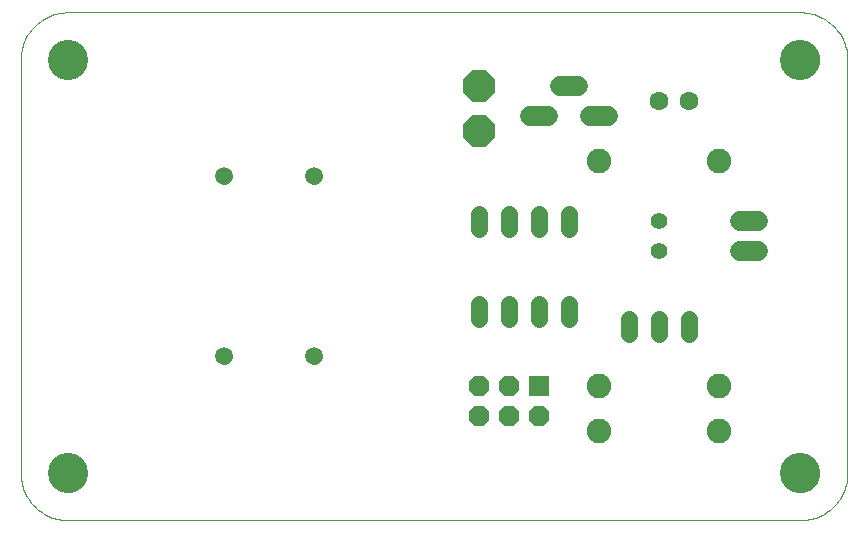
<source format=gbs>
G75*
%MOIN*%
%OFA0B0*%
%FSLAX24Y24*%
%IPPOS*%
%LPD*%
%AMOC8*
5,1,8,0,0,1.08239X$1,22.5*
%
%ADD10C,0.0000*%
%ADD11C,0.0592*%
%ADD12C,0.0820*%
%ADD13C,0.0560*%
%ADD14C,0.0560*%
%ADD15C,0.1340*%
%ADD16C,0.0631*%
%ADD17OC8,0.1080*%
%ADD18C,0.0680*%
%ADD19R,0.0680X0.0680*%
%ADD20OC8,0.0680*%
D10*
X006284Y003416D02*
X030694Y003416D01*
X030064Y004990D02*
X030066Y005040D01*
X030072Y005090D01*
X030082Y005139D01*
X030096Y005187D01*
X030113Y005234D01*
X030134Y005279D01*
X030159Y005323D01*
X030187Y005364D01*
X030219Y005403D01*
X030253Y005440D01*
X030290Y005474D01*
X030330Y005504D01*
X030372Y005531D01*
X030416Y005555D01*
X030462Y005576D01*
X030509Y005592D01*
X030557Y005605D01*
X030607Y005614D01*
X030656Y005619D01*
X030707Y005620D01*
X030757Y005617D01*
X030806Y005610D01*
X030855Y005599D01*
X030903Y005584D01*
X030949Y005566D01*
X030994Y005544D01*
X031037Y005518D01*
X031078Y005489D01*
X031117Y005457D01*
X031153Y005422D01*
X031185Y005384D01*
X031215Y005344D01*
X031242Y005301D01*
X031265Y005257D01*
X031284Y005211D01*
X031300Y005163D01*
X031312Y005114D01*
X031320Y005065D01*
X031324Y005015D01*
X031324Y004965D01*
X031320Y004915D01*
X031312Y004866D01*
X031300Y004817D01*
X031284Y004769D01*
X031265Y004723D01*
X031242Y004679D01*
X031215Y004636D01*
X031185Y004596D01*
X031153Y004558D01*
X031117Y004523D01*
X031078Y004491D01*
X031037Y004462D01*
X030994Y004436D01*
X030949Y004414D01*
X030903Y004396D01*
X030855Y004381D01*
X030806Y004370D01*
X030757Y004363D01*
X030707Y004360D01*
X030656Y004361D01*
X030607Y004366D01*
X030557Y004375D01*
X030509Y004388D01*
X030462Y004404D01*
X030416Y004425D01*
X030372Y004449D01*
X030330Y004476D01*
X030290Y004506D01*
X030253Y004540D01*
X030219Y004577D01*
X030187Y004616D01*
X030159Y004657D01*
X030134Y004701D01*
X030113Y004746D01*
X030096Y004793D01*
X030082Y004841D01*
X030072Y004890D01*
X030066Y004940D01*
X030064Y004990D01*
X030694Y003415D02*
X030771Y003417D01*
X030848Y003423D01*
X030925Y003432D01*
X031001Y003445D01*
X031077Y003462D01*
X031151Y003483D01*
X031225Y003507D01*
X031297Y003535D01*
X031367Y003566D01*
X031436Y003601D01*
X031504Y003639D01*
X031569Y003680D01*
X031632Y003725D01*
X031693Y003773D01*
X031752Y003823D01*
X031808Y003876D01*
X031861Y003932D01*
X031911Y003991D01*
X031959Y004052D01*
X032004Y004115D01*
X032045Y004180D01*
X032083Y004248D01*
X032118Y004317D01*
X032149Y004387D01*
X032177Y004459D01*
X032201Y004533D01*
X032222Y004607D01*
X032239Y004683D01*
X032252Y004759D01*
X032261Y004836D01*
X032267Y004913D01*
X032269Y004990D01*
X032269Y018770D01*
X030064Y018770D02*
X030066Y018820D01*
X030072Y018870D01*
X030082Y018919D01*
X030096Y018967D01*
X030113Y019014D01*
X030134Y019059D01*
X030159Y019103D01*
X030187Y019144D01*
X030219Y019183D01*
X030253Y019220D01*
X030290Y019254D01*
X030330Y019284D01*
X030372Y019311D01*
X030416Y019335D01*
X030462Y019356D01*
X030509Y019372D01*
X030557Y019385D01*
X030607Y019394D01*
X030656Y019399D01*
X030707Y019400D01*
X030757Y019397D01*
X030806Y019390D01*
X030855Y019379D01*
X030903Y019364D01*
X030949Y019346D01*
X030994Y019324D01*
X031037Y019298D01*
X031078Y019269D01*
X031117Y019237D01*
X031153Y019202D01*
X031185Y019164D01*
X031215Y019124D01*
X031242Y019081D01*
X031265Y019037D01*
X031284Y018991D01*
X031300Y018943D01*
X031312Y018894D01*
X031320Y018845D01*
X031324Y018795D01*
X031324Y018745D01*
X031320Y018695D01*
X031312Y018646D01*
X031300Y018597D01*
X031284Y018549D01*
X031265Y018503D01*
X031242Y018459D01*
X031215Y018416D01*
X031185Y018376D01*
X031153Y018338D01*
X031117Y018303D01*
X031078Y018271D01*
X031037Y018242D01*
X030994Y018216D01*
X030949Y018194D01*
X030903Y018176D01*
X030855Y018161D01*
X030806Y018150D01*
X030757Y018143D01*
X030707Y018140D01*
X030656Y018141D01*
X030607Y018146D01*
X030557Y018155D01*
X030509Y018168D01*
X030462Y018184D01*
X030416Y018205D01*
X030372Y018229D01*
X030330Y018256D01*
X030290Y018286D01*
X030253Y018320D01*
X030219Y018357D01*
X030187Y018396D01*
X030159Y018437D01*
X030134Y018481D01*
X030113Y018526D01*
X030096Y018573D01*
X030082Y018621D01*
X030072Y018670D01*
X030066Y018720D01*
X030064Y018770D01*
X030694Y020345D02*
X030771Y020343D01*
X030848Y020337D01*
X030925Y020328D01*
X031001Y020315D01*
X031077Y020298D01*
X031151Y020277D01*
X031225Y020253D01*
X031297Y020225D01*
X031367Y020194D01*
X031436Y020159D01*
X031504Y020121D01*
X031569Y020080D01*
X031632Y020035D01*
X031693Y019987D01*
X031752Y019937D01*
X031808Y019884D01*
X031861Y019828D01*
X031911Y019769D01*
X031959Y019708D01*
X032004Y019645D01*
X032045Y019580D01*
X032083Y019512D01*
X032118Y019443D01*
X032149Y019373D01*
X032177Y019301D01*
X032201Y019227D01*
X032222Y019153D01*
X032239Y019077D01*
X032252Y019001D01*
X032261Y018924D01*
X032267Y018847D01*
X032269Y018770D01*
X030694Y020345D02*
X006284Y020345D01*
X005654Y018770D02*
X005656Y018820D01*
X005662Y018870D01*
X005672Y018919D01*
X005686Y018967D01*
X005703Y019014D01*
X005724Y019059D01*
X005749Y019103D01*
X005777Y019144D01*
X005809Y019183D01*
X005843Y019220D01*
X005880Y019254D01*
X005920Y019284D01*
X005962Y019311D01*
X006006Y019335D01*
X006052Y019356D01*
X006099Y019372D01*
X006147Y019385D01*
X006197Y019394D01*
X006246Y019399D01*
X006297Y019400D01*
X006347Y019397D01*
X006396Y019390D01*
X006445Y019379D01*
X006493Y019364D01*
X006539Y019346D01*
X006584Y019324D01*
X006627Y019298D01*
X006668Y019269D01*
X006707Y019237D01*
X006743Y019202D01*
X006775Y019164D01*
X006805Y019124D01*
X006832Y019081D01*
X006855Y019037D01*
X006874Y018991D01*
X006890Y018943D01*
X006902Y018894D01*
X006910Y018845D01*
X006914Y018795D01*
X006914Y018745D01*
X006910Y018695D01*
X006902Y018646D01*
X006890Y018597D01*
X006874Y018549D01*
X006855Y018503D01*
X006832Y018459D01*
X006805Y018416D01*
X006775Y018376D01*
X006743Y018338D01*
X006707Y018303D01*
X006668Y018271D01*
X006627Y018242D01*
X006584Y018216D01*
X006539Y018194D01*
X006493Y018176D01*
X006445Y018161D01*
X006396Y018150D01*
X006347Y018143D01*
X006297Y018140D01*
X006246Y018141D01*
X006197Y018146D01*
X006147Y018155D01*
X006099Y018168D01*
X006052Y018184D01*
X006006Y018205D01*
X005962Y018229D01*
X005920Y018256D01*
X005880Y018286D01*
X005843Y018320D01*
X005809Y018357D01*
X005777Y018396D01*
X005749Y018437D01*
X005724Y018481D01*
X005703Y018526D01*
X005686Y018573D01*
X005672Y018621D01*
X005662Y018670D01*
X005656Y018720D01*
X005654Y018770D01*
X004709Y018770D02*
X004711Y018847D01*
X004717Y018924D01*
X004726Y019001D01*
X004739Y019077D01*
X004756Y019153D01*
X004777Y019227D01*
X004801Y019301D01*
X004829Y019373D01*
X004860Y019443D01*
X004895Y019512D01*
X004933Y019580D01*
X004974Y019645D01*
X005019Y019708D01*
X005067Y019769D01*
X005117Y019828D01*
X005170Y019884D01*
X005226Y019937D01*
X005285Y019987D01*
X005346Y020035D01*
X005409Y020080D01*
X005474Y020121D01*
X005542Y020159D01*
X005611Y020194D01*
X005681Y020225D01*
X005753Y020253D01*
X005827Y020277D01*
X005901Y020298D01*
X005977Y020315D01*
X006053Y020328D01*
X006130Y020337D01*
X006207Y020343D01*
X006284Y020345D01*
X004709Y018770D02*
X004709Y004990D01*
X005654Y004990D02*
X005656Y005040D01*
X005662Y005090D01*
X005672Y005139D01*
X005686Y005187D01*
X005703Y005234D01*
X005724Y005279D01*
X005749Y005323D01*
X005777Y005364D01*
X005809Y005403D01*
X005843Y005440D01*
X005880Y005474D01*
X005920Y005504D01*
X005962Y005531D01*
X006006Y005555D01*
X006052Y005576D01*
X006099Y005592D01*
X006147Y005605D01*
X006197Y005614D01*
X006246Y005619D01*
X006297Y005620D01*
X006347Y005617D01*
X006396Y005610D01*
X006445Y005599D01*
X006493Y005584D01*
X006539Y005566D01*
X006584Y005544D01*
X006627Y005518D01*
X006668Y005489D01*
X006707Y005457D01*
X006743Y005422D01*
X006775Y005384D01*
X006805Y005344D01*
X006832Y005301D01*
X006855Y005257D01*
X006874Y005211D01*
X006890Y005163D01*
X006902Y005114D01*
X006910Y005065D01*
X006914Y005015D01*
X006914Y004965D01*
X006910Y004915D01*
X006902Y004866D01*
X006890Y004817D01*
X006874Y004769D01*
X006855Y004723D01*
X006832Y004679D01*
X006805Y004636D01*
X006775Y004596D01*
X006743Y004558D01*
X006707Y004523D01*
X006668Y004491D01*
X006627Y004462D01*
X006584Y004436D01*
X006539Y004414D01*
X006493Y004396D01*
X006445Y004381D01*
X006396Y004370D01*
X006347Y004363D01*
X006297Y004360D01*
X006246Y004361D01*
X006197Y004366D01*
X006147Y004375D01*
X006099Y004388D01*
X006052Y004404D01*
X006006Y004425D01*
X005962Y004449D01*
X005920Y004476D01*
X005880Y004506D01*
X005843Y004540D01*
X005809Y004577D01*
X005777Y004616D01*
X005749Y004657D01*
X005724Y004701D01*
X005703Y004746D01*
X005686Y004793D01*
X005672Y004841D01*
X005662Y004890D01*
X005656Y004940D01*
X005654Y004990D01*
X004709Y004990D02*
X004711Y004913D01*
X004717Y004836D01*
X004726Y004759D01*
X004739Y004683D01*
X004756Y004607D01*
X004777Y004533D01*
X004801Y004459D01*
X004829Y004387D01*
X004860Y004317D01*
X004895Y004248D01*
X004933Y004180D01*
X004974Y004115D01*
X005019Y004052D01*
X005067Y003991D01*
X005117Y003932D01*
X005170Y003876D01*
X005226Y003823D01*
X005285Y003773D01*
X005346Y003725D01*
X005409Y003680D01*
X005474Y003639D01*
X005542Y003601D01*
X005611Y003566D01*
X005681Y003535D01*
X005753Y003507D01*
X005827Y003483D01*
X005901Y003462D01*
X005977Y003445D01*
X006053Y003432D01*
X006130Y003423D01*
X006207Y003417D01*
X006284Y003415D01*
X011233Y008880D02*
X011235Y008911D01*
X011241Y008942D01*
X011250Y008972D01*
X011263Y009001D01*
X011280Y009028D01*
X011300Y009052D01*
X011322Y009074D01*
X011348Y009093D01*
X011375Y009109D01*
X011404Y009121D01*
X011434Y009130D01*
X011465Y009135D01*
X011497Y009136D01*
X011528Y009133D01*
X011559Y009126D01*
X011589Y009116D01*
X011617Y009102D01*
X011643Y009084D01*
X011667Y009064D01*
X011688Y009040D01*
X011707Y009015D01*
X011722Y008987D01*
X011733Y008958D01*
X011741Y008927D01*
X011745Y008896D01*
X011745Y008864D01*
X011741Y008833D01*
X011733Y008802D01*
X011722Y008773D01*
X011707Y008745D01*
X011688Y008720D01*
X011667Y008696D01*
X011643Y008676D01*
X011617Y008658D01*
X011589Y008644D01*
X011559Y008634D01*
X011528Y008627D01*
X011497Y008624D01*
X011465Y008625D01*
X011434Y008630D01*
X011404Y008639D01*
X011375Y008651D01*
X011348Y008667D01*
X011322Y008686D01*
X011300Y008708D01*
X011280Y008732D01*
X011263Y008759D01*
X011250Y008788D01*
X011241Y008818D01*
X011235Y008849D01*
X011233Y008880D01*
X014233Y008880D02*
X014235Y008911D01*
X014241Y008942D01*
X014250Y008972D01*
X014263Y009001D01*
X014280Y009028D01*
X014300Y009052D01*
X014322Y009074D01*
X014348Y009093D01*
X014375Y009109D01*
X014404Y009121D01*
X014434Y009130D01*
X014465Y009135D01*
X014497Y009136D01*
X014528Y009133D01*
X014559Y009126D01*
X014589Y009116D01*
X014617Y009102D01*
X014643Y009084D01*
X014667Y009064D01*
X014688Y009040D01*
X014707Y009015D01*
X014722Y008987D01*
X014733Y008958D01*
X014741Y008927D01*
X014745Y008896D01*
X014745Y008864D01*
X014741Y008833D01*
X014733Y008802D01*
X014722Y008773D01*
X014707Y008745D01*
X014688Y008720D01*
X014667Y008696D01*
X014643Y008676D01*
X014617Y008658D01*
X014589Y008644D01*
X014559Y008634D01*
X014528Y008627D01*
X014497Y008624D01*
X014465Y008625D01*
X014434Y008630D01*
X014404Y008639D01*
X014375Y008651D01*
X014348Y008667D01*
X014322Y008686D01*
X014300Y008708D01*
X014280Y008732D01*
X014263Y008759D01*
X014250Y008788D01*
X014241Y008818D01*
X014235Y008849D01*
X014233Y008880D01*
X014233Y014880D02*
X014235Y014911D01*
X014241Y014942D01*
X014250Y014972D01*
X014263Y015001D01*
X014280Y015028D01*
X014300Y015052D01*
X014322Y015074D01*
X014348Y015093D01*
X014375Y015109D01*
X014404Y015121D01*
X014434Y015130D01*
X014465Y015135D01*
X014497Y015136D01*
X014528Y015133D01*
X014559Y015126D01*
X014589Y015116D01*
X014617Y015102D01*
X014643Y015084D01*
X014667Y015064D01*
X014688Y015040D01*
X014707Y015015D01*
X014722Y014987D01*
X014733Y014958D01*
X014741Y014927D01*
X014745Y014896D01*
X014745Y014864D01*
X014741Y014833D01*
X014733Y014802D01*
X014722Y014773D01*
X014707Y014745D01*
X014688Y014720D01*
X014667Y014696D01*
X014643Y014676D01*
X014617Y014658D01*
X014589Y014644D01*
X014559Y014634D01*
X014528Y014627D01*
X014497Y014624D01*
X014465Y014625D01*
X014434Y014630D01*
X014404Y014639D01*
X014375Y014651D01*
X014348Y014667D01*
X014322Y014686D01*
X014300Y014708D01*
X014280Y014732D01*
X014263Y014759D01*
X014250Y014788D01*
X014241Y014818D01*
X014235Y014849D01*
X014233Y014880D01*
X011233Y014880D02*
X011235Y014911D01*
X011241Y014942D01*
X011250Y014972D01*
X011263Y015001D01*
X011280Y015028D01*
X011300Y015052D01*
X011322Y015074D01*
X011348Y015093D01*
X011375Y015109D01*
X011404Y015121D01*
X011434Y015130D01*
X011465Y015135D01*
X011497Y015136D01*
X011528Y015133D01*
X011559Y015126D01*
X011589Y015116D01*
X011617Y015102D01*
X011643Y015084D01*
X011667Y015064D01*
X011688Y015040D01*
X011707Y015015D01*
X011722Y014987D01*
X011733Y014958D01*
X011741Y014927D01*
X011745Y014896D01*
X011745Y014864D01*
X011741Y014833D01*
X011733Y014802D01*
X011722Y014773D01*
X011707Y014745D01*
X011688Y014720D01*
X011667Y014696D01*
X011643Y014676D01*
X011617Y014658D01*
X011589Y014644D01*
X011559Y014634D01*
X011528Y014627D01*
X011497Y014624D01*
X011465Y014625D01*
X011434Y014630D01*
X011404Y014639D01*
X011375Y014651D01*
X011348Y014667D01*
X011322Y014686D01*
X011300Y014708D01*
X011280Y014732D01*
X011263Y014759D01*
X011250Y014788D01*
X011241Y014818D01*
X011235Y014849D01*
X011233Y014880D01*
D11*
X011489Y014880D03*
X014489Y014880D03*
X014489Y008880D03*
X011489Y008880D03*
D12*
X023989Y007880D03*
X023989Y006380D03*
X027989Y006380D03*
X027989Y007880D03*
X027989Y015380D03*
X023989Y015380D03*
D13*
X022989Y013620D02*
X022989Y013140D01*
X021989Y013140D02*
X021989Y013620D01*
X020989Y013620D02*
X020989Y013140D01*
X019989Y013140D02*
X019989Y013620D01*
X019989Y010620D02*
X019989Y010140D01*
X020989Y010140D02*
X020989Y010620D01*
X021989Y010620D02*
X021989Y010140D01*
X022989Y010140D02*
X022989Y010620D01*
X024989Y010120D02*
X024989Y009640D01*
X025989Y009640D02*
X025989Y010120D01*
X026989Y010120D02*
X026989Y009640D01*
D14*
X025989Y012380D03*
X025989Y013380D03*
D15*
X030694Y018770D03*
X030694Y004990D03*
X006284Y004990D03*
X006284Y018770D03*
D16*
X025989Y017380D03*
X026989Y017380D03*
D17*
X019989Y017880D03*
X019989Y016380D03*
D18*
X021689Y016880D02*
X022289Y016880D01*
X022689Y017880D02*
X023289Y017880D01*
X023689Y016880D02*
X024289Y016880D01*
X028689Y013380D02*
X029289Y013380D01*
X029289Y012380D02*
X028689Y012380D01*
D19*
X021989Y007880D03*
D20*
X020989Y007880D03*
X019989Y007880D03*
X019989Y006880D03*
X020989Y006880D03*
X021989Y006880D03*
M02*

</source>
